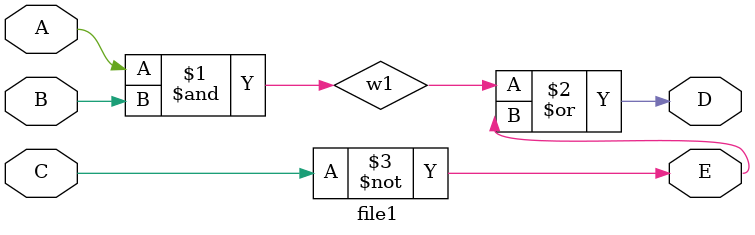
<source format=v>
module file1(A,B,C,D,E);
output D, E;
input A, B, C;
wire w1;
and(w1,A,B);
not(E,C);
or(D,w1,E);
endmodule
</source>
